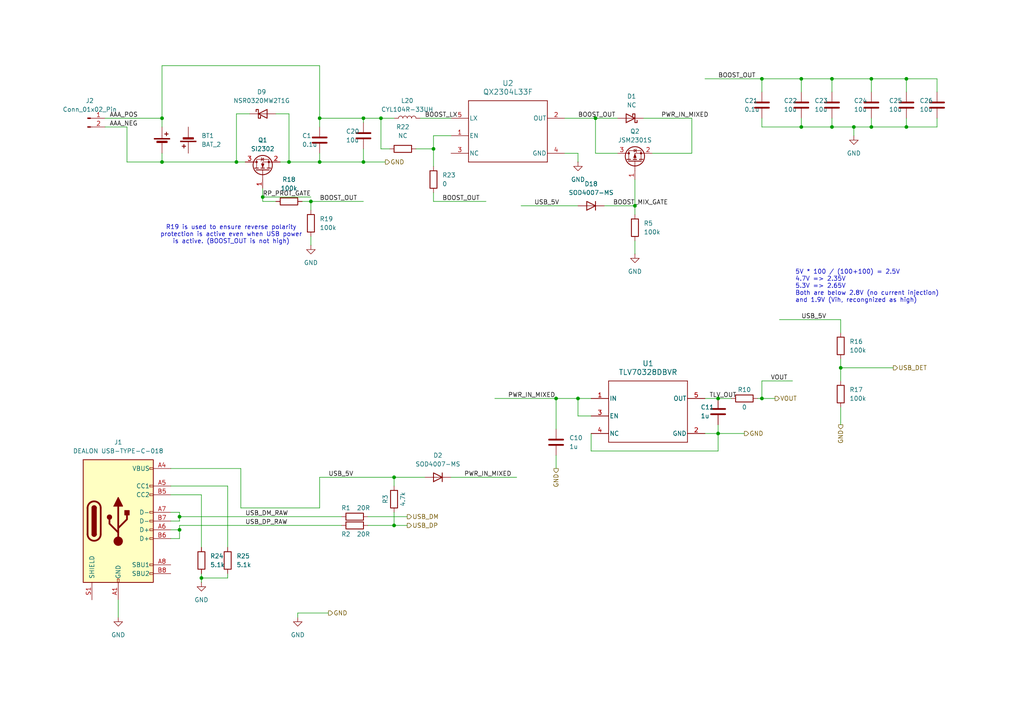
<source format=kicad_sch>
(kicad_sch (version 20231120) (generator "eeschema") (generator_version "8.0")
  (paper "A4")
  (lib_symbols
    (symbol "Connector:Conn_01x02_Pin" (pin_names (offset 1.016) hide)
      (property "Reference" "J" (at 0 2.54 0))
      (property "Value" "Conn_01x02_Pin" (at 0 -5.08 0))
      (symbol "Conn_01x02_Pin_1_1"
        (polyline (pts (xy 1.27 -2.54) (xy 0.8636 -2.54)) (stroke (width 0.1524)))
        (polyline (pts (xy 1.27 0) (xy 0.8636 0)) (stroke (width 0.1524)))
        (rectangle (start 0.8636 -2.413) (end 0 -2.667) (stroke (width 0.1524)) (fill (type outline)))
        (rectangle (start 0.8636 0.127) (end 0 -0.127) (stroke (width 0.1524)) (fill (type outline)))
        (pin passive line (at 5.08 0 180) (length 3.81) (name "Pin_1") (number "1"))
        (pin passive line (at 5.08 -2.54 180) (length 3.81) (name "Pin_2") (number "2"))
      )
    )
    (symbol "Connector:USB_C_Receptacle_USB2.0_16P" (pin_names (offset 1.016))
      (property "Reference" "J" (at 0 22.225 0))
      (property "Value" "USB_C_Receptacle_USB2.0_16P" (at 0 19.685 0))
      (symbol "USB_C_Receptacle_USB2.0_16P_0_0"
        (rectangle (start -0.254 -17.78) (end 0.254 -16.764))
        (rectangle (start 10.16 -14.986) (end 9.144 -15.494))
        (rectangle (start 10.16 -12.446) (end 9.144 -12.954))
        (rectangle (start 10.16 -4.826) (end 9.144 -5.334))
        (rectangle (start 10.16 -2.286) (end 9.144 -2.794))
        (rectangle (start 10.16 0.254) (end 9.144 -0.254))
        (rectangle (start 10.16 2.794) (end 9.144 2.286))
        (rectangle (start 10.16 7.874) (end 9.144 7.366))
        (rectangle (start 10.16 10.414) (end 9.144 9.906))
        (rectangle (start 10.16 15.494) (end 9.144 14.986))
      )
      (symbol "USB_C_Receptacle_USB2.0_16P_0_1"
        (rectangle (start -10.16 17.78) (end 10.16 -17.78) (stroke (width 0.254)) (fill (type background)))
        (arc (start -8.89 -3.81) (mid -6.985 -5.7067) (end -5.08 -3.81) (stroke (width 0.508)))
        (arc (start -7.62 -3.81) (mid -6.985 -4.4423) (end -6.35 -3.81) (stroke (width 0.254)))
        (arc (start -7.62 -3.81) (mid -6.985 -4.4423) (end -6.35 -3.81) (stroke (width 0.254)) (fill (type outline)))
        (rectangle (start -7.62 -3.81) (end -6.35 3.81) (stroke (width 0.254)) (fill (type outline)))
        (arc (start -6.35 3.81) (mid -6.985 4.4423) (end -7.62 3.81) (stroke (width 0.254)))
        (arc (start -6.35 3.81) (mid -6.985 4.4423) (end -7.62 3.81) (stroke (width 0.254)) (fill (type outline)))
        (arc (start -5.08 3.81) (mid -6.985 5.7067) (end -8.89 3.81) (stroke (width 0.508)))
        (circle (center -2.54 1.143) (radius 0.635) (stroke (width 0.254)) (fill (type outline)))
        (circle (center 0 -5.842) (radius 1.27) (fill (type outline)))
        (polyline (pts (xy -8.89 -3.81) (xy -8.89 3.81)) (stroke (width 0.508)))
        (polyline (pts (xy -5.08 3.81) (xy -5.08 -3.81)) (stroke (width 0.508)))
        (polyline (pts (xy 0 -5.842) (xy 0 4.318)) (stroke (width 0.508)))
        (polyline (pts (xy 0 -3.302) (xy -2.54 -0.762) (xy -2.54 0.508)) (stroke (width 0.508)))
        (polyline (pts (xy 0 -2.032) (xy 2.54 0.508) (xy 2.54 1.778)) (stroke (width 0.508)))
        (polyline (pts (xy -1.27 4.318) (xy 0 6.858) (xy 1.27 4.318) (xy -1.27 4.318)) (stroke (width 0.254)) (fill (type outline)))
        (rectangle (start 1.905 1.778) (end 3.175 3.048) (stroke (width 0.254)) (fill (type outline)))
      )
      (symbol "USB_C_Receptacle_USB2.0_16P_1_1"
        (pin passive line (at 0 -22.86 90) (length 5.08) (name "GND") (number "A1"))
        (pin passive line (at 0 -22.86 90) (length 5.08) hide (name "GND") (number "A12"))
        (pin passive line (at 15.24 15.24 180) (length 5.08) (name "VBUS") (number "A4"))
        (pin bidirectional line (at 15.24 10.16 180) (length 5.08) (name "CC1") (number "A5"))
        (pin bidirectional line (at 15.24 -2.54 180) (length 5.08) (name "D+") (number "A6"))
        (pin bidirectional line (at 15.24 2.54 180) (length 5.08) (name "D-") (number "A7"))
        (pin bidirectional line (at 15.24 -12.7 180) (length 5.08) (name "SBU1") (number "A8"))
        (pin passive line (at 15.24 15.24 180) (length 5.08) hide (name "VBUS") (number "A9"))
        (pin passive line (at 0 -22.86 90) (length 5.08) hide (name "GND") (number "B1"))
        (pin passive line (at 0 -22.86 90) (length 5.08) hide (name "GND") (number "B12"))
        (pin passive line (at 15.24 15.24 180) (length 5.08) hide (name "VBUS") (number "B4"))
        (pin bidirectional line (at 15.24 7.62 180) (length 5.08) (name "CC2") (number "B5"))
        (pin bidirectional line (at 15.24 -5.08 180) (length 5.08) (name "D+") (number "B6"))
        (pin bidirectional line (at 15.24 0 180) (length 5.08) (name "D-") (number "B7"))
        (pin bidirectional line (at 15.24 -15.24 180) (length 5.08) (name "SBU2") (number "B8"))
        (pin passive line (at 15.24 15.24 180) (length 5.08) hide (name "VBUS") (number "B9"))
        (pin passive line (at -7.62 -22.86 90) (length 5.08) (name "SHIELD") (number "S1"))
      )
    )
    (symbol "Device:C" (pin_numbers hide) (pin_names (offset 0.254))
      (property "Reference" "C" (at 0.635 2.54 0))
      (property "Value" "C" (at 0.635 -2.54 0))
      (symbol "C_0_1"
        (polyline (pts (xy -2.032 -0.762) (xy 2.032 -0.762)) (stroke (width 0.508)))
        (polyline (pts (xy -2.032 0.762) (xy 2.032 0.762)) (stroke (width 0.508)))
      )
      (symbol "C_1_1"
        (pin passive line (at 0 3.81 270) (length 2.794) (name "~") (number "1"))
        (pin passive line (at 0 -3.81 90) (length 2.794) (name "~") (number "2"))
      )
    )
    (symbol "Device:D" (pin_numbers hide) (pin_names (offset 1.016) hide)
      (property "Reference" "D" (at 0 2.54 0))
      (property "Value" "D" (at 0 -2.54 0))
      (symbol "D_0_1"
        (polyline (pts (xy -1.27 1.27) (xy -1.27 -1.27)) (stroke (width 0.254)))
        (polyline (pts (xy 1.27 0) (xy -1.27 0)))
        (polyline (pts (xy 1.27 1.27) (xy 1.27 -1.27) (xy -1.27 0) (xy 1.27 1.27)) (stroke (width 0.254)))
      )
      (symbol "D_1_1"
        (pin passive line (at -3.81 0 0) (length 2.54) (name "K") (number "1"))
        (pin passive line (at 3.81 0 180) (length 2.54) (name "A") (number "2"))
      )
    )
    (symbol "Device:L" (pin_numbers hide) (pin_names (offset 1.016) hide)
      (property "Reference" "L" (at -1.27 0 90))
      (property "Value" "L" (at 1.905 0 90))
      (symbol "L_0_1"
        (arc (start 0 -2.54) (mid 0.6323 -1.905) (end 0 -1.27))
        (arc (start 0 -1.27) (mid 0.6323 -0.635) (end 0 0))
        (arc (start 0 0) (mid 0.6323 0.635) (end 0 1.27))
        (arc (start 0 1.27) (mid 0.6323 1.905) (end 0 2.54))
      )
      (symbol "L_1_1"
        (pin passive line (at 0 3.81 270) (length 1.27) (name "1") (number "1"))
        (pin passive line (at 0 -3.81 90) (length 1.27) (name "2") (number "2"))
      )
    )
    (symbol "Device:R" (pin_numbers hide) (pin_names (offset 0))
      (property "Reference" "R" (at 2.032 0 90))
      (property "Value" "R" (at 0 0 90))
      (symbol "R_0_1"
        (rectangle (start -1.016 -2.54) (end 1.016 2.54) (stroke (width 0.254)))
      )
      (symbol "R_1_1"
        (pin passive line (at 0 3.81 270) (length 1.27) (name "~") (number "1"))
        (pin passive line (at 0 -3.81 90) (length 1.27) (name "~") (number "2"))
      )
    )
    (symbol "Diode:NSR0340HT1G" (pin_numbers hide) (pin_names (offset 1.016) hide)
      (property "Reference" "D" (at 0 2.54 0))
      (property "Value" "NSR0340HT1G" (at 0 -2.54 0))
      (symbol "NSR0340HT1G_0_1"
        (polyline (pts (xy 1.27 0) (xy -1.27 0)))
        (polyline (pts (xy 1.27 1.27) (xy 1.27 -1.27) (xy -1.27 0) (xy 1.27 1.27)) (stroke (width 0.254)))
        (polyline (pts (xy -1.905 0.635) (xy -1.905 1.27) (xy -1.27 1.27) (xy -1.27 -1.27) (xy -0.635 -1.27) (xy -0.635 -0.635)) (stroke (width 0.254)))
      )
      (symbol "NSR0340HT1G_1_1"
        (pin passive line (at -3.81 0 0) (length 2.54) (name "K") (number "1"))
        (pin passive line (at 3.81 0 180) (length 2.54) (name "A") (number "2"))
      )
    )
    (symbol "Transistor_FET:2N7002" (pin_names hide)
      (property "Reference" "Q" (at 5.08 1.905 0))
      (property "Value" "2N7002" (at 5.08 0 0))
      (symbol "2N7002_0_1"
        (polyline (pts (xy 0.254 0) (xy -2.54 0)))
        (polyline (pts (xy 0.254 1.905) (xy 0.254 -1.905)) (stroke (width 0.254)))
        (polyline (pts (xy 0.762 -1.27) (xy 0.762 -2.286)) (stroke (width 0.254)))
        (polyline (pts (xy 0.762 0.508) (xy 0.762 -0.508)) (stroke (width 0.254)))
        (polyline (pts (xy 0.762 2.286) (xy 0.762 1.27)) (stroke (width 0.254)))
        (polyline (pts (xy 2.54 2.54) (xy 2.54 1.778)))
        (polyline (pts (xy 2.54 -2.54) (xy 2.54 0) (xy 0.762 0)))
        (polyline (pts (xy 0.762 -1.778) (xy 3.302 -1.778) (xy 3.302 1.778) (xy 0.762 1.778)))
        (polyline (pts (xy 1.016 0) (xy 2.032 0.381) (xy 2.032 -0.381) (xy 1.016 0)) (fill (type outline)))
        (polyline (pts (xy 2.794 0.508) (xy 2.921 0.381) (xy 3.683 0.381) (xy 3.81 0.254)))
        (polyline (pts (xy 3.302 0.381) (xy 2.921 -0.254) (xy 3.683 -0.254) (xy 3.302 0.381)))
        (circle (center 1.651 0) (radius 2.794) (stroke (width 0.254)))
        (circle (center 2.54 -1.778) (radius 0.254) (fill (type outline)))
        (circle (center 2.54 1.778) (radius 0.254) (fill (type outline)))
      )
      (symbol "2N7002_1_1"
        (pin input line (at -5.08 0 0) (length 2.54) (name "G") (number "1"))
        (pin passive line (at 2.54 -5.08 90) (length 2.54) (name "S") (number "2"))
        (pin passive line (at 2.54 5.08 270) (length 2.54) (name "D") (number "3"))
      )
    )
    (symbol "Transistor_FET:AO3401A" (pin_names hide)
      (property "Reference" "Q" (at 5.08 1.905 0))
      (property "Value" "AO3401A" (at 5.08 0 0))
      (symbol "AO3401A_0_1"
        (polyline (pts (xy 0.254 0) (xy -2.54 0)))
        (polyline (pts (xy 0.254 1.905) (xy 0.254 -1.905)) (stroke (width 0.254)))
        (polyline (pts (xy 0.762 -1.27) (xy 0.762 -2.286)) (stroke (width 0.254)))
        (polyline (pts (xy 0.762 0.508) (xy 0.762 -0.508)) (stroke (width 0.254)))
        (polyline (pts (xy 0.762 2.286) (xy 0.762 1.27)) (stroke (width 0.254)))
        (polyline (pts (xy 2.54 2.54) (xy 2.54 1.778)))
        (polyline (pts (xy 2.54 -2.54) (xy 2.54 0) (xy 0.762 0)))
        (polyline (pts (xy 0.762 1.778) (xy 3.302 1.778) (xy 3.302 -1.778) (xy 0.762 -1.778)))
        (polyline (pts (xy 2.286 0) (xy 1.27 0.381) (xy 1.27 -0.381) (xy 2.286 0)) (fill (type outline)))
        (polyline (pts (xy 2.794 -0.508) (xy 2.921 -0.381) (xy 3.683 -0.381) (xy 3.81 -0.254)))
        (polyline (pts (xy 3.302 -0.381) (xy 2.921 0.254) (xy 3.683 0.254) (xy 3.302 -0.381)))
        (circle (center 1.651 0) (radius 2.794) (stroke (width 0.254)))
        (circle (center 2.54 -1.778) (radius 0.254) (fill (type outline)))
        (circle (center 2.54 1.778) (radius 0.254) (fill (type outline)))
      )
      (symbol "AO3401A_1_1"
        (pin input line (at -5.08 0 0) (length 2.54) (name "G") (number "1"))
        (pin passive line (at 2.54 -5.08 90) (length 2.54) (name "S") (number "2"))
        (pin passive line (at 2.54 5.08 270) (length 2.54) (name "D") (number "3"))
      )
    )
    (symbol "myLib:BAT_2" (pin_numbers hide) (pin_names (offset 0) hide)
      (property "Reference" "BT" (at 11.938 2.794 0))
      (property "Value" "BAT_2" (at 11.938 0.254 0))
      (symbol "BAT_2_0_1"
        (rectangle (start -2.286 1.778) (end 2.286 1.524) (fill (type outline)))
        (rectangle (start -1.524 1.016) (end 1.524 0.508) (fill (type outline)))
        (polyline (pts (xy 0 0.762) (xy 0 0)))
        (polyline (pts (xy 0 1.778) (xy 0 2.54)))
        (polyline (pts (xy 0.762 3.048) (xy 1.778 3.048)) (stroke (width 0.254)))
        (polyline (pts (xy 1.27 3.556) (xy 1.27 2.54)) (stroke (width 0.254)))
        (polyline (pts (xy 6.35 -1.016) (xy 6.35 0)) (stroke (width 0.254)))
        (polyline (pts (xy 6.858 -0.508) (xy 5.842 -0.508)) (stroke (width 0.254)))
        (polyline (pts (xy 7.62 0.762) (xy 7.62 0)))
        (polyline (pts (xy 7.62 1.778) (xy 7.62 2.54)))
        (rectangle (start 9.144 1.524) (end 6.096 2.032) (fill (type outline)))
        (rectangle (start 9.906 0.762) (end 5.334 1.016) (fill (type outline)))
      )
      (symbol "BAT_2_1_1"
        (pin passive line (at 0 5.08 270) (length 2.54) (name "+") (number "1"))
        (pin passive line (at 0 -2.54 90) (length 2.54) (name "-") (number "2"))
        (pin passive line (at 7.62 -2.54 90) (length 2.54) (name "+") (number "3"))
        (pin passive line (at 7.62 5.08 270) (length 2.54) (name "-") (number "4"))
      )
    )
    (symbol "myLib:QX2304L33" (pin_names (offset 0.254))
      (property "Reference" "U" (at 1.27 4.826 0))
      (property "Value" "QX2304L33F" (at -0.762 8.128 0))
      (symbol "QX2304L33_0_1"
        (polyline (pts (xy 5.08 -12.7) (xy 27.94 -12.7)) (stroke (width 0.2032)))
        (polyline (pts (xy 5.08 5.08) (xy 5.08 -12.7)) (stroke (width 0.2032)))
        (polyline (pts (xy 27.94 -12.7) (xy 27.94 5.08)) (stroke (width 0.2032)))
        (polyline (pts (xy 27.94 5.08) (xy 5.08 5.08)) (stroke (width 0.2032)))
        (pin input line (at 0 -5.08 0) (length 5.08) (name "EN") (number "1"))
        (pin unspecified line (at 33.02 0 180) (length 5.08) (name "OUT") (number "2"))
        (pin unspecified line (at 0 -10.16 0) (length 5.08) (name "NC") (number "3"))
        (pin power_in line (at 33.02 -10.16 180) (length 5.08) (name "GND") (number "4"))
        (pin power_in line (at 0 0 0) (length 5.08) (name "LX") (number "5"))
      )
    )
    (symbol "myLib:TLV70328DBVR" (pin_names (offset 0.254))
      (property "Reference" "U" (at 0 2.54 0))
      (property "Value" "TLV70328DBVR" (at 0 0 0))
      (symbol "TLV70328DBVR_0_1"
        (polyline (pts (xy 5.08 -12.7) (xy 27.94 -12.7)) (stroke (width 0.2032)))
        (polyline (pts (xy 5.08 5.08) (xy 5.08 -12.7)) (stroke (width 0.2032)))
        (polyline (pts (xy 27.94 -12.7) (xy 27.94 5.08)) (stroke (width 0.2032)))
        (polyline (pts (xy 27.94 5.08) (xy 5.08 5.08)) (stroke (width 0.2032)))
        (pin power_in line (at 0 0 0) (length 5.08) (name "IN") (number "1"))
        (pin power_in line (at 33.02 -10.16 180) (length 5.08) (name "GND") (number "2"))
        (pin input line (at 0 -5.08 0) (length 5.08) (name "EN") (number "3"))
        (pin unspecified line (at 0 -10.16 0) (length 5.08) (name "NC") (number "4"))
        (pin unspecified line (at 33.02 0 180) (length 5.08) (name "OUT") (number "5"))
      )
    )
    (symbol "power:GND" (power) (pin_numbers hide) (pin_names (offset 0) hide)
      (property "Value" "GND" (at 0 -3.81 0))
      (symbol "GND_0_1"
        (polyline (pts (xy 0 0) (xy 0 -1.27) (xy 1.27 -1.27) (xy 0 -2.54) (xy -1.27 -1.27) (xy 0 -1.27)))
      )
      (symbol "GND_1_1"
        (pin power_in line (at 0 0 270) (length 0) (name "~") (number "1"))
      )
    )
  )
  (junction (at 161.29 115.57))
  (junction (at 92.71 34.29))
  (junction (at 252.73 22.86))
  (junction (at 83.82 46.99))
  (junction (at 68.58 46.99))
  (junction (at 167.64 115.57))
  (junction (at 52.07 153.67))
  (junction (at 208.28 125.73))
  (junction (at 110.49 34.29))
  (junction (at 243.84 106.68))
  (junction (at 114.3 138.43))
  (junction (at 220.98 22.86))
  (junction (at 114.3 152.4))
  (junction (at 232.41 22.86))
  (junction (at 241.3 36.83))
  (junction (at 232.41 36.83))
  (junction (at 105.41 34.29))
  (junction (at 52.07 149.86))
  (junction (at 262.89 22.86))
  (junction (at 125.73 43.18))
  (junction (at 46.99 46.99))
  (junction (at 241.3 22.86))
  (junction (at 90.17 58.42))
  (junction (at 252.73 36.83))
  (junction (at 58.42 167.64))
  (junction (at 76.2 57.15))
  (junction (at 46.99 34.29))
  (junction (at 105.41 46.99))
  (junction (at 262.89 36.83))
  (junction (at 220.98 115.57))
  (junction (at 247.65 36.83))
  (junction (at 172.72 34.29))
  (junction (at 184.15 59.69))
  (junction (at 92.71 46.99))
  (junction (at 208.28 115.57))
  (wire (pts (xy 167.64 44.45) (xy 163.83 44.45)))
  (wire (pts (xy 92.71 46.99) (xy 105.41 46.99)))
  (wire (pts (xy 200.66 44.45) (xy 189.23 44.45)))
  (wire (pts (xy 243.84 106.68) (xy 259.08 106.68)))
  (wire (pts (xy 69.85 147.32) (xy 92.71 147.32)))
  (wire (pts (xy 36.83 36.83) (xy 36.83 46.99)))
  (wire (pts (xy 175.26 59.69) (xy 184.15 59.69)))
  (wire (pts (xy 161.29 115.57) (xy 161.29 124.46)))
  (wire (pts (xy 243.84 106.68) (xy 243.84 110.49)))
  (wire (pts (xy 46.99 34.29) (xy 46.99 36.83)))
  (wire (pts (xy 58.42 167.64) (xy 58.42 168.91)))
  (wire (pts (xy 186.69 34.29) (xy 200.66 34.29)))
  (wire (pts (xy 49.53 148.59) (xy 52.07 148.59)))
  (wire (pts (xy 172.72 34.29) (xy 172.72 44.45)))
  (wire (pts (xy 76.2 57.15) (xy 76.2 54.61)))
  (wire (pts (xy 34.29 173.99) (xy 34.29 179.07)))
  (wire (pts (xy 114.3 148.59) (xy 114.3 152.4)))
  (wire (pts (xy 171.45 130.81) (xy 208.28 130.81)))
  (wire (pts (xy 220.98 22.86) (xy 220.98 26.67)))
  (wire (pts (xy 58.42 167.64) (xy 58.42 166.37)))
  (wire (pts (xy 125.73 55.88) (xy 125.73 58.42)))
  (wire (pts (xy 52.07 153.67) (xy 52.07 152.4)))
  (wire (pts (xy 247.65 36.83) (xy 247.65 39.37)))
  (wire (pts (xy 49.53 156.21) (xy 52.07 156.21)))
  (wire (pts (xy 262.89 22.86) (xy 271.78 22.86)))
  (wire (pts (xy 92.71 19.05) (xy 46.99 19.05)))
  (wire (pts (xy 271.78 36.83) (xy 271.78 34.29)))
  (wire (pts (xy 171.45 120.65) (xy 167.64 120.65)))
  (wire (pts (xy 36.83 46.99) (xy 46.99 46.99)))
  (wire (pts (xy 90.17 58.42) (xy 90.17 60.96)))
  (wire (pts (xy 114.3 138.43) (xy 114.3 140.97)))
  (wire (pts (xy 241.3 22.86) (xy 241.3 26.67)))
  (wire (pts (xy 167.64 115.57) (xy 167.64 120.65)))
  (wire (pts (xy 125.73 58.42) (xy 140.97 58.42)))
  (wire (pts (xy 208.28 123.19) (xy 208.28 125.73)))
  (wire (pts (xy 167.64 44.45) (xy 167.64 46.99)))
  (wire (pts (xy 125.73 39.37) (xy 130.81 39.37)))
  (wire (pts (xy 90.17 68.58) (xy 90.17 71.12)))
  (wire (pts (xy 52.07 151.13) (xy 49.53 151.13)))
  (wire (pts (xy 110.49 43.18) (xy 113.03 43.18)))
  (wire (pts (xy 262.89 36.83) (xy 262.89 34.29)))
  (wire (pts (xy 184.15 69.85) (xy 184.15 73.66)))
  (wire (pts (xy 204.47 115.57) (xy 208.28 115.57)))
  (wire (pts (xy 76.2 58.42) (xy 80.01 58.42)))
  (wire (pts (xy 208.28 125.73) (xy 204.47 125.73)))
  (wire (pts (xy 171.45 125.73) (xy 171.45 130.81)))
  (wire (pts (xy 151.13 59.69) (xy 167.64 59.69)))
  (wire (pts (xy 143.51 115.57) (xy 161.29 115.57)))
  (wire (pts (xy 92.71 34.29) (xy 92.71 19.05)))
  (wire (pts (xy 106.68 149.86) (xy 118.11 149.86)))
  (wire (pts (xy 208.28 125.73) (xy 215.9 125.73)))
  (wire (pts (xy 30.48 36.83) (xy 36.83 36.83)))
  (wire (pts (xy 58.42 158.75) (xy 58.42 143.51)))
  (wire (pts (xy 90.17 58.42) (xy 105.41 58.42)))
  (wire (pts (xy 262.89 22.86) (xy 262.89 26.67)))
  (wire (pts (xy 232.41 34.29) (xy 232.41 36.83)))
  (wire (pts (xy 200.66 34.29) (xy 200.66 44.45)))
  (wire (pts (xy 220.98 110.49) (xy 229.87 110.49)))
  (wire (pts (xy 66.04 167.64) (xy 58.42 167.64)))
  (wire (pts (xy 52.07 153.67) (xy 52.07 156.21)))
  (wire (pts (xy 241.3 36.83) (xy 232.41 36.83)))
  (wire (pts (xy 172.72 34.29) (xy 179.07 34.29)))
  (wire (pts (xy 172.72 44.45) (xy 179.07 44.45)))
  (wire (pts (xy 80.01 33.02) (xy 83.82 33.02)))
  (wire (pts (xy 243.84 92.71) (xy 243.84 96.52)))
  (wire (pts (xy 220.98 115.57) (xy 224.79 115.57)))
  (wire (pts (xy 184.15 52.07) (xy 184.15 59.69)))
  (wire (pts (xy 121.92 34.29) (xy 130.81 34.29)))
  (wire (pts (xy 232.41 22.86) (xy 232.41 26.67)))
  (wire (pts (xy 49.53 153.67) (xy 52.07 153.67)))
  (wire (pts (xy 252.73 22.86) (xy 262.89 22.86)))
  (wire (pts (xy 271.78 22.86) (xy 271.78 26.67)))
  (wire (pts (xy 219.71 115.57) (xy 220.98 115.57)))
  (wire (pts (xy 92.71 138.43) (xy 114.3 138.43)))
  (wire (pts (xy 92.71 138.43) (xy 92.71 147.32)))
  (wire (pts (xy 30.48 34.29) (xy 46.99 34.29)))
  (wire (pts (xy 105.41 43.18) (xy 105.41 46.99)))
  (wire (pts (xy 232.41 22.86) (xy 241.3 22.86)))
  (wire (pts (xy 52.07 149.86) (xy 52.07 151.13)))
  (wire (pts (xy 262.89 36.83) (xy 271.78 36.83)))
  (wire (pts (xy 114.3 138.43) (xy 123.19 138.43)))
  (wire (pts (xy 46.99 44.45) (xy 46.99 46.99)))
  (wire (pts (xy 52.07 152.4) (xy 99.06 152.4)))
  (wire (pts (xy 247.65 36.83) (xy 241.3 36.83)))
  (wire (pts (xy 130.81 138.43) (xy 149.86 138.43)))
  (wire (pts (xy 105.41 46.99) (xy 111.76 46.99)))
  (wire (pts (xy 252.73 22.86) (xy 252.73 26.67)))
  (wire (pts (xy 220.98 36.83) (xy 220.98 34.29)))
  (wire (pts (xy 76.2 58.42) (xy 76.2 57.15)))
  (wire (pts (xy 243.84 118.11) (xy 243.84 123.19)))
  (wire (pts (xy 83.82 46.99) (xy 92.71 46.99)))
  (wire (pts (xy 232.41 36.83) (xy 220.98 36.83)))
  (wire (pts (xy 125.73 43.18) (xy 125.73 39.37)))
  (wire (pts (xy 110.49 34.29) (xy 110.49 43.18)))
  (wire (pts (xy 226.06 92.71) (xy 243.84 92.71)))
  (wire (pts (xy 252.73 34.29) (xy 252.73 36.83)))
  (wire (pts (xy 46.99 46.99) (xy 68.58 46.99)))
  (wire (pts (xy 163.83 34.29) (xy 172.72 34.29)))
  (wire (pts (xy 68.58 33.02) (xy 68.58 46.99)))
  (wire (pts (xy 241.3 22.86) (xy 252.73 22.86)))
  (wire (pts (xy 243.84 104.14) (xy 243.84 106.68)))
  (wire (pts (xy 69.85 135.89) (xy 69.85 147.32)))
  (wire (pts (xy 83.82 33.02) (xy 83.82 46.99)))
  (wire (pts (xy 105.41 34.29) (xy 110.49 34.29)))
  (wire (pts (xy 92.71 34.29) (xy 105.41 34.29)))
  (wire (pts (xy 68.58 46.99) (xy 71.12 46.99)))
  (wire (pts (xy 52.07 148.59) (xy 52.07 149.86)))
  (wire (pts (xy 114.3 152.4) (xy 118.11 152.4)))
  (wire (pts (xy 87.63 58.42) (xy 90.17 58.42)))
  (wire (pts (xy 161.29 115.57) (xy 167.64 115.57)))
  (wire (pts (xy 46.99 19.05) (xy 46.99 34.29)))
  (wire (pts (xy 184.15 59.69) (xy 184.15 62.23)))
  (wire (pts (xy 167.64 115.57) (xy 171.45 115.57)))
  (wire (pts (xy 58.42 143.51) (xy 49.53 143.51)))
  (wire (pts (xy 86.36 177.8) (xy 86.36 179.07)))
  (wire (pts (xy 208.28 115.57) (xy 212.09 115.57)))
  (wire (pts (xy 49.53 135.89) (xy 69.85 135.89)))
  (wire (pts (xy 161.29 132.08) (xy 161.29 135.89)))
  (wire (pts (xy 120.65 43.18) (xy 125.73 43.18)))
  (wire (pts (xy 66.04 140.97) (xy 49.53 140.97)))
  (wire (pts (xy 220.98 22.86) (xy 232.41 22.86)))
  (wire (pts (xy 252.73 36.83) (xy 247.65 36.83)))
  (wire (pts (xy 125.73 43.18) (xy 125.73 48.26)))
  (wire (pts (xy 72.39 33.02) (xy 68.58 33.02)))
  (wire (pts (xy 92.71 34.29) (xy 92.71 36.83)))
  (wire (pts (xy 252.73 36.83) (xy 262.89 36.83)))
  (wire (pts (xy 220.98 110.49) (xy 220.98 115.57)))
  (wire (pts (xy 92.71 44.45) (xy 92.71 46.99)))
  (wire (pts (xy 105.41 35.56) (xy 105.41 34.29)))
  (wire (pts (xy 81.28 46.99) (xy 83.82 46.99)))
  (wire (pts (xy 76.2 57.15) (xy 90.17 57.15)))
  (wire (pts (xy 106.68 152.4) (xy 114.3 152.4)))
  (wire (pts (xy 52.07 149.86) (xy 99.06 149.86)))
  (wire (pts (xy 66.04 158.75) (xy 66.04 140.97)))
  (wire (pts (xy 66.04 166.37) (xy 66.04 167.64)))
  (wire (pts (xy 86.36 177.8) (xy 95.25 177.8)))
  (wire (pts (xy 241.3 34.29) (xy 241.3 36.83)))
  (wire (pts (xy 110.49 34.29) (xy 114.3 34.29)))
  (wire (pts (xy 208.28 130.81) (xy 208.28 125.73)))
  (wire (pts (xy 204.47 22.86) (xy 220.98 22.86)))
  (text "R19 is used to ensure reverse polarity\nprotection is active even when USB power\nis active. (BOOST_OUT is not high)" (at 67.056 68.072 0) (effects (font (size 1.27 1.27))))
  (text "5V * 100 / (100+100) = 2.5V\n4.7V => 2.35V\n5.3V => 2.65V\nBoth are below 2.8V (no current injection)\nand 1.9V (Vih, recongnized as high)" (at 230.632 83.058 0) (effects (font (size 1.27 1.27)) (justify left)))
  (label "USB_DM_RAW" (at 71.12 149.86 0))
  (label "USB_5V" (at 154.94 59.69 0))
  (label "BOOST_OUT" (at 128.27 58.42 0))
  (label "USB_5V" (at 232.41 92.71 0))
  (label "BOOST_MIX_GATE" (at 177.8 59.69 0))
  (label "TLV_OUT" (at 205.74 115.57 0))
  (label "AAA_NEG" (at 31.75 36.83 0))
  (label "PWR_IN_MIXED" (at 191.77 34.29 0))
  (label "USB_DP_RAW" (at 71.12 152.4 0))
  (label "RP_PROT_GATE" (at 76.2 57.15 0))
  (label "BOOST_OUT" (at 92.71 58.42 0))
  (label "PWR_IN_MIXED" (at 134.62 138.43 0))
  (label "BOOST_OUT" (at 208.28 22.86 0))
  (label "PWR_IN_MIXED" (at 147.32 115.57 0))
  (label "AAA_POS" (at 31.75 34.29 0))
  (label "BOOST_LX" (at 123.19 34.29 0))
  (label "BOOST_OUT" (at 167.64 34.29 0))
  (label "USB_5V" (at 95.25 138.43 0))
  (label "VOUT" (at 223.52 110.49 0))
  (hierarchical_label "USB_DET" (shape output) (at 259.08 106.68 0))
  (hierarchical_label "USB_DP" (shape output) (at 118.11 152.4 0))
  (hierarchical_label "GND" (shape output) (at 215.9 125.73 0))
  (hierarchical_label "GND" (shape output) (at 95.25 177.8 0))
  (hierarchical_label "GND" (shape output) (at 161.29 135.89 270))
  (hierarchical_label "USB_DM" (shape output) (at 118.11 149.86 0))
  (hierarchical_label "GND" (shape output) (at 243.84 123.19 270))
  (hierarchical_label "VOUT" (shape output) (at 224.79 115.57 0))
  (hierarchical_label "GND" (shape output) (at 111.76 46.99 0))
  (symbol (lib_id "Device:R") (at 102.87 152.4 90) (unit 1)
    (property "Reference" "R2" (at 100.33 154.94 90))
    (property "Value" "20R" (at 105.41 154.94 90))
    (property "Footprint" "Resistor_SMD:R_0402_1005Metric_Pad0.72x0.64mm_HandSolder" (effects (hide yes)))
  )
  (symbol (lib_id "myLib:TLV70328DBVR") (at 171.45 115.57 0) (unit 1)
    (property "Reference" "U1" (at 187.96 105.41 0) (effects (font (size 1.524 1.524))))
    (property "Value" "TLV70328DBVR" (at 187.96 107.95 0) (effects (font (size 1.524 1.524))))
    (property "Footprint" "myLib:SOT-23-5" (effects (hide yes)))
    (property "Datasheet" "TLV70328DBVR" (effects (hide yes)))
  )
  (symbol (lib_id "Device:R") (at 184.15 66.04 0) (unit 1)
    (property "Reference" "R5" (at 186.69 64.7699 0) (effects (justify left)))
    (property "Value" "100k" (at 186.69 67.3099 0) (effects (justify left)))
    (property "Footprint" "Resistor_SMD:R_0402_1005Metric_Pad0.72x0.64mm_HandSolder" (effects (hide yes)))
    (property "Description" "Resistor" (effects (hide yes)))
  )
  (symbol (lib_id "power:GND") (at 86.36 179.07 0) (unit 1)
    (property "Reference" "#PWR010" (effects (hide yes)))
    (property "Value" "GND" (at 86.36 184.15 0))
    (property "Description" "Power symbol creates a global label with name \"GND\" , ground" (effects (hide yes)))
  )
  (symbol (lib_id "power:GND") (at 247.65 39.37 0) (unit 1)
    (property "Reference" "#PWR032" (effects (hide yes)))
    (property "Value" "GND" (at 247.65 44.45 0))
    (property "Description" "Power symbol creates a global label with name \"GND\" , ground" (effects (hide yes)))
  )
  (symbol (lib_id "power:GND") (at 184.15 73.66 0) (unit 1)
    (property "Reference" "#PWR04" (effects (hide yes)))
    (property "Value" "GND" (at 184.15 78.74 0))
    (property "Description" "Power symbol creates a global label with name \"GND\" , ground" (effects (hide yes)))
  )
  (symbol (lib_id "Device:R") (at 114.3 144.78 180) (unit 1)
    (property "Reference" "R3" (at 111.76 144.78 90))
    (property "Value" "4.7k" (at 116.84 144.78 90))
    (property "Footprint" "Resistor_SMD:R_0402_1005Metric_Pad0.72x0.64mm_HandSolder" (effects (hide yes)))
  )
  (symbol (lib_id "Device:R") (at 102.87 149.86 90) (unit 1)
    (property "Reference" "R1" (at 100.33 147.32 90))
    (property "Value" "20R" (at 105.41 147.32 90))
    (property "Footprint" "Resistor_SMD:R_0402_1005Metric_Pad0.72x0.64mm_HandSolder" (effects (hide yes)))
  )
  (symbol (lib_id "Device:R") (at 243.84 100.33 0) (unit 1)
    (property "Reference" "R16" (at 246.38 99.0599 0) (effects (justify left)))
    (property "Value" "100k" (at 246.38 101.5999 0) (effects (justify left)))
    (property "Footprint" "Resistor_SMD:R_0402_1005Metric_Pad0.72x0.64mm_HandSolder" (effects (hide yes)))
    (property "Description" "Resistor" (effects (hide yes)))
  )
  (symbol (lib_id "Device:C") (at 241.3 30.48 0) (unit 1)
    (property "Reference" "C23" (at 236.22 29.21 0) (effects (justify left)))
    (property "Value" "10u" (at 236.22 31.75 0) (effects (justify left)))
    (property "Footprint" "Capacitor_SMD:C_0603_1608Metric_Pad1.08x0.95mm_HandSolder" (effects (hide yes)))
  )
  (symbol (lib_id "Device:C") (at 92.71 40.64 0) (unit 1)
    (property "Reference" "C1" (at 87.63 39.37 0) (effects (justify left)))
    (property "Value" "0.1u" (at 87.63 41.91 0) (effects (justify left)))
    (property "Footprint" "Capacitor_SMD:C_0402_1005Metric_Pad0.74x0.62mm_HandSolder" (effects (hide yes)))
  )
  (symbol (lib_id "Device:C") (at 161.29 128.27 180) (unit 1)
    (property "Reference" "C10" (at 165.1 126.9999 0) (effects (justify right)))
    (property "Value" "1u" (at 165.1 129.5399 0) (effects (justify right)))
    (property "Footprint" "Capacitor_SMD:C_0603_1608Metric_Pad1.08x0.95mm_HandSolder" (effects (hide yes)))
  )
  (symbol (lib_id "Device:L") (at 118.11 34.29 90) (unit 1)
    (property "Reference" "L20" (at 118.11 29.21 90))
    (property "Value" "CYL104R-33UH" (at 118.11 31.75 90))
    (property "Footprint" "Inductor_SMD:L_10.4x10.4_H4.8" (effects (hide yes)))
    (property "Description" "Inductor" (effects (hide yes)))
  )
  (symbol (lib_id "power:GND") (at 58.42 168.91 0) (unit 1)
    (property "Reference" "#PWR045" (effects (hide yes)))
    (property "Value" "GND" (at 58.42 173.99 0))
    (property "Description" "Power symbol creates a global label with name \"GND\" , ground" (effects (hide yes)))
  )
  (symbol (lib_id "Device:C") (at 220.98 30.48 0) (unit 1)
    (property "Reference" "C21" (at 215.9 29.21 0) (effects (justify left)))
    (property "Value" "0.1u" (at 215.9 31.75 0) (effects (justify left)))
    (property "Footprint" "Capacitor_SMD:C_0402_1005Metric_Pad0.74x0.62mm_HandSolder" (effects (hide yes)))
  )
  (symbol (lib_id "Device:R") (at 90.17 64.77 0) (unit 1)
    (property "Reference" "R19" (at 92.71 63.4999 0) (effects (justify left)))
    (property "Value" "100k" (at 92.71 66.0399 0) (effects (justify left)))
    (property "Footprint" "Resistor_SMD:R_0402_1005Metric_Pad0.72x0.64mm_HandSolder" (effects (hide yes)))
    (property "Description" "Resistor" (effects (hide yes)))
  )
  (symbol (lib_id "Device:C") (at 271.78 30.48 0) (unit 1)
    (property "Reference" "C26" (at 266.7 29.21 0) (effects (justify left)))
    (property "Value" "10u" (at 266.7 31.75 0) (effects (justify left)))
    (property "Footprint" "Capacitor_SMD:C_0603_1608Metric_Pad1.08x0.95mm_HandSolder" (effects (hide yes)))
  )
  (symbol (lib_id "Device:C") (at 252.73 30.48 0) (unit 1)
    (property "Reference" "C24" (at 247.65 29.21 0) (effects (justify left)))
    (property "Value" "10u" (at 247.65 31.75 0) (effects (justify left)))
    (property "Footprint" "Capacitor_SMD:C_0603_1608Metric_Pad1.08x0.95mm_HandSolder" (effects (hide yes)))
  )
  (symbol (lib_id "Diode:NSR0340HT1G") (at 76.2 33.02 0) (unit 1)
    (property "Reference" "D9" (at 75.8825 26.67 0))
    (property "Value" "NSR0320MW2T1G" (at 75.8825 29.21 0))
    (property "Footprint" "Diode_SMD:D_SOD-323_HandSoldering" (effects (hide yes)))
    (property "Datasheet" "https://www.onsemi.com/pub/Collateral/NSR0340H-D.PDF" (effects (hide yes)))
  )
  (symbol (lib_id "Connector:Conn_01x02_Pin") (at 25.4 34.29 0) (unit 1)
    (property "Reference" "J2" (at 26.035 29.21 0))
    (property "Value" "Conn_01x02_Pin" (at 26.035 31.75 0))
    (property "Footprint" "Connector:JWT_A3963_1x02_P3.96mm_Vertical" (effects (hide yes)))
  )
  (symbol (lib_id "Device:R") (at 125.73 52.07 180) (unit 1)
    (property "Reference" "R23" (at 128.27 50.7999 0) (effects (justify right)))
    (property "Value" "0" (at 128.27 53.3399 0) (effects (justify right)))
    (property "Footprint" "Resistor_SMD:R_0402_1005Metric_Pad0.72x0.64mm_HandSolder" (effects (hide yes)))
    (property "Description" "Resistor" (effects (hide yes)))
  )
  (symbol (lib_id "Transistor_FET:2N7002") (at 76.2 49.53 90) (unit 1)
    (property "Reference" "Q1" (at 76.2 40.64 90))
    (property "Value" "SI2302" (at 76.2 43.18 90))
    (property "Footprint" "Package_TO_SOT_SMD:SOT-23" (effects (hide yes)))
    (property "Datasheet" "https://www.onsemi.com/pub/Collateral/NDS7002A-D.PDF" (effects (hide yes)))
  )
  (symbol (lib_id "Diode:NSR0340HT1G") (at 182.88 34.29 180) (unit 1)
    (property "Reference" "D1" (at 183.1975 27.94 0))
    (property "Value" "NC" (at 183.1975 30.48 0))
    (property "Footprint" "Diode_SMD:D_SOD-323_HandSoldering" (effects (hide yes)))
    (property "Datasheet" "https://www.onsemi.com/pub/Collateral/NSR0340H-D.PDF" (effects (hide yes)))
  )
  (symbol (lib_id "Device:R") (at 215.9 115.57 90) (unit 1)
    (property "Reference" "R10" (at 215.9 113.03 90))
    (property "Value" "0" (at 215.9 118.11 90))
    (property "Footprint" "Resistor_SMD:R_0402_1005Metric_Pad0.72x0.64mm_HandSolder" (effects (hide yes)))
  )
  (symbol (lib_id "Device:R") (at 243.84 114.3 0) (unit 1)
    (property "Reference" "R17" (at 246.38 113.0299 0) (effects (justify left)))
    (property "Value" "100k" (at 246.38 115.5699 0) (effects (justify left)))
    (property "Footprint" "Resistor_SMD:R_0402_1005Metric_Pad0.72x0.64mm_HandSolder" (effects (hide yes)))
    (property "Description" "Resistor" (effects (hide yes)))
  )
  (symbol (lib_id "power:GND") (at 34.29 179.07 0) (unit 1)
    (property "Reference" "#PWR044" (effects (hide yes)))
    (property "Value" "GND" (at 34.29 184.15 0))
    (property "Description" "Power symbol creates a global label with name \"GND\" , ground" (effects (hide yes)))
  )
  (symbol (lib_id "Connector:USB_C_Receptacle_USB2.0_16P") (at 34.29 151.13 0) (unit 1)
    (property "Reference" "J1" (at 34.29 128.27 0))
    (property "Value" "DEALON USB-TYPE-C-018" (at 34.29 130.81 0))
    (property "Footprint" "myLib:DEALON USB-TYPE-C-018" (effects (hide yes)))
    (property "Datasheet" "https://www.usb.org/sites/default/files/documents/usb_type-c.zip" (effects (hide yes)))
    (property "Description" "USB 2.0-only 16P Type-C Receptacle connector" (effects (hide yes)))
  )
  (symbol (lib_id "Device:R") (at 116.84 43.18 90) (unit 1)
    (property "Reference" "R22" (at 116.84 36.83 90))
    (property "Value" "NC" (at 116.84 39.37 90))
    (property "Footprint" "Resistor_SMD:R_0402_1005Metric_Pad0.72x0.64mm_HandSolder" (effects (hide yes)))
    (property "Description" "Resistor" (effects (hide yes)))
  )
  (symbol (lib_id "Device:R") (at 58.42 162.56 0) (unit 1)
    (property "Reference" "R24" (at 60.96 161.2899 0) (effects (justify left)))
    (property "Value" "5.1k" (at 60.96 163.8299 0) (effects (justify left)))
    (property "Footprint" "Resistor_SMD:R_0402_1005Metric_Pad0.72x0.64mm_HandSolder" (effects (hide yes)))
    (property "Description" "Resistor" (effects (hide yes)))
  )
  (symbol (lib_id "Device:C") (at 208.28 119.38 0) (unit 1)
    (property "Reference" "C11" (at 203.2 118.11 0) (effects (justify left)))
    (property "Value" "1u" (at 203.2 120.65 0) (effects (justify left)))
    (property "Footprint" "Capacitor_SMD:C_0603_1608Metric_Pad1.08x0.95mm_HandSolder" (effects (hide yes)))
  )
  (symbol (lib_id "Transistor_FET:AO3401A") (at 184.15 46.99 90) (unit 1)
    (property "Reference" "Q2" (at 184.15 38.1 90))
    (property "Value" "JSM2301S" (at 184.15 40.64 90))
    (property "Footprint" "Package_TO_SOT_SMD:SOT-23" (effects (hide yes)))
    (property "Datasheet" "http://www.aosmd.com/pdfs/datasheet/AO3401A.pdf" (effects (hide yes)))
    (property "Description" "-4.0A Id, -30V Vds, P-Channel MOSFET, SOT-23" (effects (hide yes)))
  )
  (symbol (lib_id "power:GND") (at 90.17 71.12 0) (unit 1)
    (property "Reference" "#PWR02" (effects (hide yes)))
    (property "Value" "GND" (at 90.17 76.2 0))
    (property "Description" "Power symbol creates a global label with name \"GND\" , ground" (effects (hide yes)))
  )
  (symbol (lib_id "Device:C") (at 105.41 39.37 0) (unit 1)
    (property "Reference" "C20" (at 100.33 38.1 0) (effects (justify left)))
    (property "Value" "10u" (at 100.33 40.64 0) (effects (justify left)))
    (property "Footprint" "Capacitor_SMD:C_0603_1608Metric_Pad1.08x0.95mm_HandSolder" (effects (hide yes)))
  )
  (symbol (lib_id "myLib:QX2304L33") (at 130.81 34.29 0) (unit 1)
    (property "Reference" "U2" (at 147.32 24.13 0) (effects (font (size 1.524 1.524))))
    (property "Value" "QX2304L33F" (at 147.32 26.67 0) (effects (font (size 1.524 1.524))))
    (property "Footprint" "myLib:SOT-23-5" (effects (hide yes)))
    (property "Datasheet" "QX2304L33" (effects (hide yes)))
  )
  (symbol (lib_id "Device:R") (at 66.04 162.56 0) (unit 1)
    (property "Reference" "R25" (at 68.58 161.2899 0) (effects (justify left)))
    (property "Value" "5.1k" (at 68.58 163.8299 0) (effects (justify left)))
    (property "Footprint" "Resistor_SMD:R_0402_1005Metric_Pad0.72x0.64mm_HandSolder" (effects (hide yes)))
    (property "Description" "Resistor" (effects (hide yes)))
  )
  (symbol (lib_id "Device:R") (at 83.82 58.42 90) (unit 1)
    (property "Reference" "R18" (at 83.82 52.07 90))
    (property "Value" "100k" (at 83.82 54.61 90))
    (property "Footprint" "Resistor_SMD:R_0402_1005Metric_Pad0.72x0.64mm_HandSolder" (effects (hide yes)))
    (property "Description" "Resistor" (effects (hide yes)))
  )
  (symbol (lib_id "Device:D") (at 127 138.43 180) (unit 1)
    (property "Reference" "D2" (at 127 132.08 0))
    (property "Value" "SOD4007-MS" (at 127 134.62 0))
    (property "Footprint" "Diode_SMD:D_SOD-123F" (effects (hide yes)))
    (property "Description" "Diode" (effects (hide yes)))
    (property "Sim.Device" "D" (effects (hide yes)))
    (property "Sim.Pins" "1=K 2=A" (effects (hide yes)))
  )
  (symbol (lib_id "Device:C") (at 262.89 30.48 0) (unit 1)
    (property "Reference" "C25" (at 257.81 29.21 0) (effects (justify left)))
    (property "Value" "10u" (at 257.81 31.75 0) (effects (justify left)))
    (property "Footprint" "Capacitor_SMD:C_0603_1608Metric_Pad1.08x0.95mm_HandSolder" (effects (hide yes)))
  )
  (symbol (lib_id "power:GND") (at 167.64 46.99 0) (unit 1)
    (property "Reference" "#PWR05" (effects (hide yes)))
    (property "Value" "GND" (at 167.64 52.07 0))
    (property "Description" "Power symbol creates a global label with name \"GND\" , ground" (effects (hide yes)))
  )
  (symbol (lib_id "Device:C") (at 232.41 30.48 0) (unit 1)
    (property "Reference" "C22" (at 227.33 29.21 0) (effects (justify left)))
    (property "Value" "10u" (at 227.33 31.75 0) (effects (justify left)))
    (property "Footprint" "Capacitor_SMD:C_0603_1608Metric_Pad1.08x0.95mm_HandSolder" (effects (hide yes)))
  )
  (symbol (lib_id "Device:D") (at 171.45 59.69 180) (unit 1)
    (property "Reference" "D18" (at 171.45 53.34 0))
    (property "Value" "SOD4007-MS" (at 171.45 55.88 0))
    (property "Footprint" "Diode_SMD:D_SOD-123F" (effects (hide yes)))
    (property "Description" "Diode" (effects (hide yes)))
    (property "Sim.Device" "D" (effects (hide yes)))
    (property "Sim.Pins" "1=K 2=A" (effects (hide yes)))
  )
  (symbol (lib_id "myLib:BAT_2") (at 46.99 41.91 0) (unit 1)
    (property "Reference" "BT1" (at 58.42 39.3699 0) (effects (justify left)))
    (property "Value" "BAT_2" (at 58.42 41.9099 0) (effects (justify left)))
    (property "Footprint" "myLib:BH-AAA-B5AK001" (effects (hide yes)))
    (property "Description" "Double-cell battery" (effects (hide yes)))
  )
)
</source>
